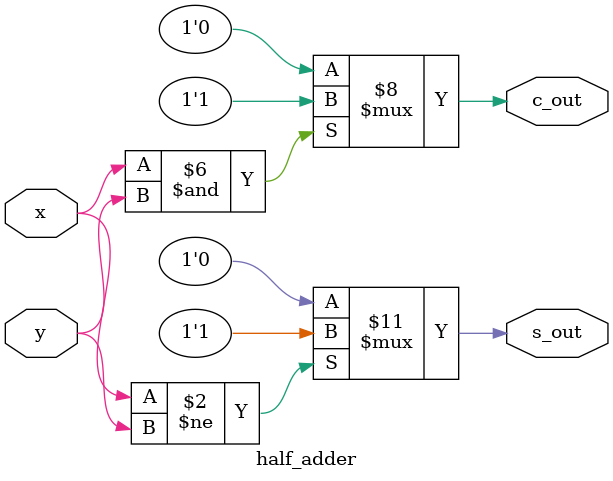
<source format=v>
module half_adder(s_out, c_out,x,y);
input x,y;
output s_out,c_out;

reg s_out,c_out;

always @(x,y)
begin
 if(x!=y)
   s_out=1;
 else
   s_out=0;
end
always @(x,y)
begin
 if(x==1 & y==1)
  c_out=1;
 else 
  c_out=0;
end
endmodule

</source>
